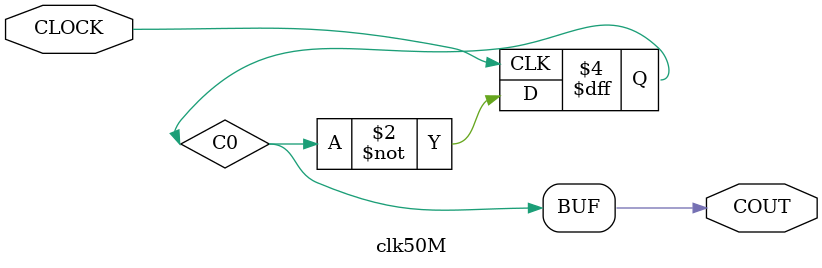
<source format=v>
`timescale 1ns / 1ps


module clk50M (input CLOCK, output COUT);
    reg C0 = 0;
    
    always @ (posedge CLOCK) begin
        C0 = ~C0;
    end
    
    assign COUT = C0;
endmodule
</source>
